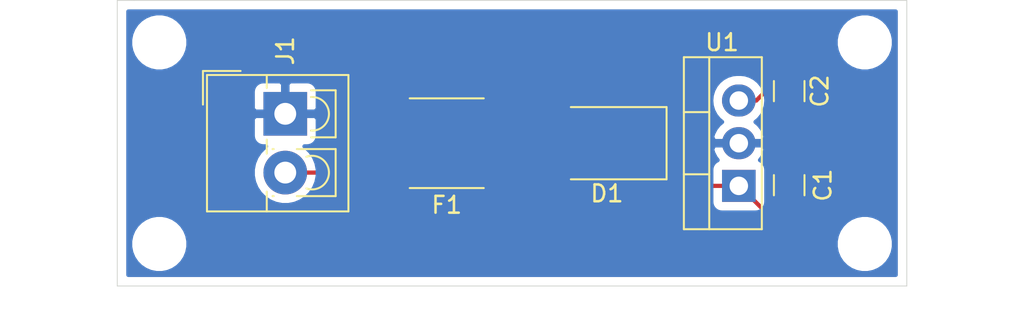
<source format=kicad_pcb>
(kicad_pcb (version 20171130) (host pcbnew "(5.1.6)-1")

  (general
    (thickness 1.6)
    (drawings 5)
    (tracks 14)
    (zones 0)
    (modules 10)
    (nets 6)
  )

  (page A4)
  (layers
    (0 F.Cu signal)
    (31 B.Cu signal)
    (32 B.Adhes user)
    (33 F.Adhes user)
    (34 B.Paste user)
    (35 F.Paste user)
    (36 B.SilkS user)
    (37 F.SilkS user)
    (38 B.Mask user)
    (39 F.Mask user)
    (40 Dwgs.User user)
    (41 Cmts.User user)
    (42 Eco1.User user)
    (43 Eco2.User user)
    (44 Edge.Cuts user)
    (45 Margin user)
    (46 B.CrtYd user)
    (47 F.CrtYd user)
    (48 B.Fab user)
    (49 F.Fab user)
  )

  (setup
    (last_trace_width 0.25)
    (trace_clearance 0.2)
    (zone_clearance 0.508)
    (zone_45_only no)
    (trace_min 0.2)
    (via_size 0.8)
    (via_drill 0.4)
    (via_min_size 0.4)
    (via_min_drill 0.3)
    (uvia_size 0.3)
    (uvia_drill 0.1)
    (uvias_allowed no)
    (uvia_min_size 0.2)
    (uvia_min_drill 0.1)
    (edge_width 0.05)
    (segment_width 0.2)
    (pcb_text_width 0.3)
    (pcb_text_size 1.5 1.5)
    (mod_edge_width 0.12)
    (mod_text_size 1 1)
    (mod_text_width 0.15)
    (pad_size 1.524 1.524)
    (pad_drill 0.762)
    (pad_to_mask_clearance 0.05)
    (aux_axis_origin 0 0)
    (visible_elements FFFFFF7F)
    (pcbplotparams
      (layerselection 0x010fc_ffffffff)
      (usegerberextensions false)
      (usegerberattributes true)
      (usegerberadvancedattributes true)
      (creategerberjobfile true)
      (excludeedgelayer true)
      (linewidth 0.100000)
      (plotframeref false)
      (viasonmask false)
      (mode 1)
      (useauxorigin false)
      (hpglpennumber 1)
      (hpglpenspeed 20)
      (hpglpendiameter 15.000000)
      (psnegative false)
      (psa4output false)
      (plotreference true)
      (plotvalue true)
      (plotinvisibletext false)
      (padsonsilk false)
      (subtractmaskfromsilk false)
      (outputformat 1)
      (mirror false)
      (drillshape 1)
      (scaleselection 1)
      (outputdirectory ""))
  )

  (net 0 "")
  (net 1 "Net-(C1-Pad1)")
  (net 2 GND)
  (net 3 +5V)
  (net 4 "Net-(D1-Pad2)")
  (net 5 "Net-(F1-Pad2)")

  (net_class Default "This is the default net class."
    (clearance 0.2)
    (trace_width 0.25)
    (via_dia 0.8)
    (via_drill 0.4)
    (uvia_dia 0.3)
    (uvia_drill 0.1)
    (add_net +5V)
    (add_net GND)
    (add_net "Net-(C1-Pad1)")
    (add_net "Net-(D1-Pad2)")
    (add_net "Net-(F1-Pad2)")
  )

  (module MountingHole:MountingHole_2.2mm_M2 (layer F.Cu) (tedit 56D1B4CB) (tstamp 5FEEA100)
    (at 80.5 69.5)
    (descr "Mounting Hole 2.2mm, no annular, M2")
    (tags "mounting hole 2.2mm no annular m2")
    (attr virtual)
    (fp_text reference REF** (at 0 -3.2) (layer F.SilkS) hide
      (effects (font (size 1 1) (thickness 0.15)))
    )
    (fp_text value MountingHole_2.2mm_M2 (at 0 3.2) (layer F.Fab)
      (effects (font (size 1 1) (thickness 0.15)))
    )
    (fp_circle (center 0 0) (end 2.45 0) (layer F.CrtYd) (width 0.05))
    (fp_circle (center 0 0) (end 2.2 0) (layer Cmts.User) (width 0.15))
    (fp_text user %R (at 0 0) (layer F.Fab)
      (effects (font (size 1 1) (thickness 0.15)))
    )
    (pad 1 np_thru_hole circle (at 0 0) (size 2.2 2.2) (drill 2.2) (layers *.Cu *.Mask))
  )

  (module MountingHole:MountingHole_2.2mm_M2 (layer F.Cu) (tedit 56D1B4CB) (tstamp 5FEEA0F2)
    (at 80.5 81.5)
    (descr "Mounting Hole 2.2mm, no annular, M2")
    (tags "mounting hole 2.2mm no annular m2")
    (attr virtual)
    (fp_text reference REF** (at 0 -3.2) (layer F.SilkS) hide
      (effects (font (size 1 1) (thickness 0.15)))
    )
    (fp_text value MountingHole_2.2mm_M2 (at 0 3.2) (layer F.Fab)
      (effects (font (size 1 1) (thickness 0.15)))
    )
    (fp_text user %R (at 0 0) (layer F.Fab)
      (effects (font (size 1 1) (thickness 0.15)))
    )
    (fp_circle (center 0 0) (end 2.2 0) (layer Cmts.User) (width 0.15))
    (fp_circle (center 0 0) (end 2.45 0) (layer F.CrtYd) (width 0.05))
    (pad 1 np_thru_hole circle (at 0 0) (size 2.2 2.2) (drill 2.2) (layers *.Cu *.Mask))
  )

  (module MountingHole:MountingHole_2.2mm_M2 (layer F.Cu) (tedit 56D1B4CB) (tstamp 5FEEA0E4)
    (at 122.5 81.5)
    (descr "Mounting Hole 2.2mm, no annular, M2")
    (tags "mounting hole 2.2mm no annular m2")
    (attr virtual)
    (fp_text reference REF** (at 0 -3.2) (layer F.SilkS) hide
      (effects (font (size 1 1) (thickness 0.15)))
    )
    (fp_text value MountingHole_2.2mm_M2 (at 0 3.2) (layer F.Fab)
      (effects (font (size 1 1) (thickness 0.15)))
    )
    (fp_circle (center 0 0) (end 2.45 0) (layer F.CrtYd) (width 0.05))
    (fp_circle (center 0 0) (end 2.2 0) (layer Cmts.User) (width 0.15))
    (fp_text user %R (at 0 0) (layer F.Fab)
      (effects (font (size 1 1) (thickness 0.15)))
    )
    (pad 1 np_thru_hole circle (at 0 0) (size 2.2 2.2) (drill 2.2) (layers *.Cu *.Mask))
  )

  (module MountingHole:MountingHole_2.2mm_M2 (layer F.Cu) (tedit 56D1B4CB) (tstamp 5FEEA0C2)
    (at 122.5 69.5)
    (descr "Mounting Hole 2.2mm, no annular, M2")
    (tags "mounting hole 2.2mm no annular m2")
    (attr virtual)
    (fp_text reference REF** (at 0 -3.2) (layer F.SilkS) hide
      (effects (font (size 1 1) (thickness 0.15)))
    )
    (fp_text value MountingHole_2.2mm_M2 (at 0 3.2) (layer F.Fab)
      (effects (font (size 1 1) (thickness 0.15)))
    )
    (fp_text user %R (at 0 0) (layer F.Fab)
      (effects (font (size 1 1) (thickness 0.15)))
    )
    (fp_circle (center 0 0) (end 2.2 0) (layer Cmts.User) (width 0.15))
    (fp_circle (center 0 0) (end 2.45 0) (layer F.CrtYd) (width 0.05))
    (pad 1 np_thru_hole circle (at 0 0) (size 2.2 2.2) (drill 2.2) (layers *.Cu *.Mask))
  )

  (module Capacitor_SMD:C_1206_3216Metric (layer F.Cu) (tedit 5B301BBE) (tstamp 5FEE9888)
    (at 118 78 90)
    (descr "Capacitor SMD 1206 (3216 Metric), square (rectangular) end terminal, IPC_7351 nominal, (Body size source: http://www.tortai-tech.com/upload/download/2011102023233369053.pdf), generated with kicad-footprint-generator")
    (tags capacitor)
    (path /5FEE58AD)
    (attr smd)
    (fp_text reference C1 (at 0 2 90) (layer F.SilkS)
      (effects (font (size 1 1) (thickness 0.15)))
    )
    (fp_text value 0.33uF (at 0 1.82 90) (layer F.Fab)
      (effects (font (size 1 1) (thickness 0.15)))
    )
    (fp_line (start 2.28 1.12) (end -2.28 1.12) (layer F.CrtYd) (width 0.05))
    (fp_line (start 2.28 -1.12) (end 2.28 1.12) (layer F.CrtYd) (width 0.05))
    (fp_line (start -2.28 -1.12) (end 2.28 -1.12) (layer F.CrtYd) (width 0.05))
    (fp_line (start -2.28 1.12) (end -2.28 -1.12) (layer F.CrtYd) (width 0.05))
    (fp_line (start -0.602064 0.91) (end 0.602064 0.91) (layer F.SilkS) (width 0.12))
    (fp_line (start -0.602064 -0.91) (end 0.602064 -0.91) (layer F.SilkS) (width 0.12))
    (fp_line (start 1.6 0.8) (end -1.6 0.8) (layer F.Fab) (width 0.1))
    (fp_line (start 1.6 -0.8) (end 1.6 0.8) (layer F.Fab) (width 0.1))
    (fp_line (start -1.6 -0.8) (end 1.6 -0.8) (layer F.Fab) (width 0.1))
    (fp_line (start -1.6 0.8) (end -1.6 -0.8) (layer F.Fab) (width 0.1))
    (fp_text user %R (at 0 0 90) (layer F.Fab)
      (effects (font (size 0.8 0.8) (thickness 0.12)))
    )
    (pad 1 smd roundrect (at -1.4 0 90) (size 1.25 1.75) (layers F.Cu F.Paste F.Mask) (roundrect_rratio 0.2)
      (net 1 "Net-(C1-Pad1)"))
    (pad 2 smd roundrect (at 1.4 0 90) (size 1.25 1.75) (layers F.Cu F.Paste F.Mask) (roundrect_rratio 0.2)
      (net 2 GND))
    (model ${KISYS3DMOD}/Capacitor_SMD.3dshapes/C_1206_3216Metric.wrl
      (at (xyz 0 0 0))
      (scale (xyz 1 1 1))
      (rotate (xyz 0 0 0))
    )
  )

  (module Capacitor_SMD:C_1206_3216Metric (layer F.Cu) (tedit 5B301BBE) (tstamp 5FEE9899)
    (at 118 72.4 270)
    (descr "Capacitor SMD 1206 (3216 Metric), square (rectangular) end terminal, IPC_7351 nominal, (Body size source: http://www.tortai-tech.com/upload/download/2011102023233369053.pdf), generated with kicad-footprint-generator")
    (tags capacitor)
    (path /5FEE5A29)
    (attr smd)
    (fp_text reference C2 (at 0 -1.82 90) (layer F.SilkS)
      (effects (font (size 1 1) (thickness 0.15)))
    )
    (fp_text value 0.1uF (at 0 1.82 90) (layer F.Fab)
      (effects (font (size 1 1) (thickness 0.15)))
    )
    (fp_text user %R (at 0 0 90) (layer F.Fab)
      (effects (font (size 0.8 0.8) (thickness 0.12)))
    )
    (fp_line (start -1.6 0.8) (end -1.6 -0.8) (layer F.Fab) (width 0.1))
    (fp_line (start -1.6 -0.8) (end 1.6 -0.8) (layer F.Fab) (width 0.1))
    (fp_line (start 1.6 -0.8) (end 1.6 0.8) (layer F.Fab) (width 0.1))
    (fp_line (start 1.6 0.8) (end -1.6 0.8) (layer F.Fab) (width 0.1))
    (fp_line (start -0.602064 -0.91) (end 0.602064 -0.91) (layer F.SilkS) (width 0.12))
    (fp_line (start -0.602064 0.91) (end 0.602064 0.91) (layer F.SilkS) (width 0.12))
    (fp_line (start -2.28 1.12) (end -2.28 -1.12) (layer F.CrtYd) (width 0.05))
    (fp_line (start -2.28 -1.12) (end 2.28 -1.12) (layer F.CrtYd) (width 0.05))
    (fp_line (start 2.28 -1.12) (end 2.28 1.12) (layer F.CrtYd) (width 0.05))
    (fp_line (start 2.28 1.12) (end -2.28 1.12) (layer F.CrtYd) (width 0.05))
    (pad 2 smd roundrect (at 1.4 0 270) (size 1.25 1.75) (layers F.Cu F.Paste F.Mask) (roundrect_rratio 0.2)
      (net 2 GND))
    (pad 1 smd roundrect (at -1.4 0 270) (size 1.25 1.75) (layers F.Cu F.Paste F.Mask) (roundrect_rratio 0.2)
      (net 3 +5V))
    (model ${KISYS3DMOD}/Capacitor_SMD.3dshapes/C_1206_3216Metric.wrl
      (at (xyz 0 0 0))
      (scale (xyz 1 1 1))
      (rotate (xyz 0 0 0))
    )
  )

  (module Diode_SMD:D_SMB (layer F.Cu) (tedit 58645DF3) (tstamp 5FEE98B1)
    (at 107.15 75.5 180)
    (descr "Diode SMB (DO-214AA)")
    (tags "Diode SMB (DO-214AA)")
    (path /5FEE3F16)
    (attr smd)
    (fp_text reference D1 (at 0 -3) (layer F.SilkS)
      (effects (font (size 1 1) (thickness 0.15)))
    )
    (fp_text value SS26-HT (at 0 3.1) (layer F.Fab)
      (effects (font (size 1 1) (thickness 0.15)))
    )
    (fp_line (start -3.55 -2.15) (end 2.15 -2.15) (layer F.SilkS) (width 0.12))
    (fp_line (start -3.55 2.15) (end 2.15 2.15) (layer F.SilkS) (width 0.12))
    (fp_line (start -0.64944 0.00102) (end 0.50118 -0.79908) (layer F.Fab) (width 0.1))
    (fp_line (start -0.64944 0.00102) (end 0.50118 0.75032) (layer F.Fab) (width 0.1))
    (fp_line (start 0.50118 0.75032) (end 0.50118 -0.79908) (layer F.Fab) (width 0.1))
    (fp_line (start -0.64944 -0.79908) (end -0.64944 0.80112) (layer F.Fab) (width 0.1))
    (fp_line (start 0.50118 0.00102) (end 1.4994 0.00102) (layer F.Fab) (width 0.1))
    (fp_line (start -0.64944 0.00102) (end -1.55114 0.00102) (layer F.Fab) (width 0.1))
    (fp_line (start -3.65 2.25) (end -3.65 -2.25) (layer F.CrtYd) (width 0.05))
    (fp_line (start 3.65 2.25) (end -3.65 2.25) (layer F.CrtYd) (width 0.05))
    (fp_line (start 3.65 -2.25) (end 3.65 2.25) (layer F.CrtYd) (width 0.05))
    (fp_line (start -3.65 -2.25) (end 3.65 -2.25) (layer F.CrtYd) (width 0.05))
    (fp_line (start 2.3 -2) (end -2.3 -2) (layer F.Fab) (width 0.1))
    (fp_line (start 2.3 -2) (end 2.3 2) (layer F.Fab) (width 0.1))
    (fp_line (start -2.3 2) (end -2.3 -2) (layer F.Fab) (width 0.1))
    (fp_line (start 2.3 2) (end -2.3 2) (layer F.Fab) (width 0.1))
    (fp_line (start -3.55 -2.15) (end -3.55 2.15) (layer F.SilkS) (width 0.12))
    (fp_text user %R (at 0 -3) (layer F.Fab)
      (effects (font (size 1 1) (thickness 0.15)))
    )
    (pad 1 smd rect (at -2.15 0 180) (size 2.5 2.3) (layers F.Cu F.Paste F.Mask)
      (net 1 "Net-(C1-Pad1)"))
    (pad 2 smd rect (at 2.15 0 180) (size 2.5 2.3) (layers F.Cu F.Paste F.Mask)
      (net 4 "Net-(D1-Pad2)"))
    (model ${KISYS3DMOD}/Diode_SMD.3dshapes/D_SMB.wrl
      (at (xyz 0 0 0))
      (scale (xyz 1 1 1))
      (rotate (xyz 0 0 0))
    )
  )

  (module Fuse:Fuse_2920_7451Metric (layer F.Cu) (tedit 5B341557) (tstamp 5FEE98C2)
    (at 97.6125 75.5 180)
    (descr "Fuse SMD 2920 (7451 Metric), square (rectangular) end terminal, IPC_7351 nominal, (Body size from: http://www.megastar.com/products/fusetronic/polyswitch/PDF/smd2920.pdf), generated with kicad-footprint-generator")
    (tags resistor)
    (path /5FEE4606)
    (attr smd)
    (fp_text reference F1 (at 0 -3.68) (layer F.SilkS)
      (effects (font (size 1 1) (thickness 0.15)))
    )
    (fp_text value FSMD100 (at 0 3.68) (layer F.Fab)
      (effects (font (size 1 1) (thickness 0.15)))
    )
    (fp_line (start 4.6 2.98) (end -4.6 2.98) (layer F.CrtYd) (width 0.05))
    (fp_line (start 4.6 -2.98) (end 4.6 2.98) (layer F.CrtYd) (width 0.05))
    (fp_line (start -4.6 -2.98) (end 4.6 -2.98) (layer F.CrtYd) (width 0.05))
    (fp_line (start -4.6 2.98) (end -4.6 -2.98) (layer F.CrtYd) (width 0.05))
    (fp_line (start -2.203752 2.67) (end 2.203752 2.67) (layer F.SilkS) (width 0.12))
    (fp_line (start -2.203752 -2.67) (end 2.203752 -2.67) (layer F.SilkS) (width 0.12))
    (fp_line (start 3.6775 2.56) (end -3.6775 2.56) (layer F.Fab) (width 0.1))
    (fp_line (start 3.6775 -2.56) (end 3.6775 2.56) (layer F.Fab) (width 0.1))
    (fp_line (start -3.6775 -2.56) (end 3.6775 -2.56) (layer F.Fab) (width 0.1))
    (fp_line (start -3.6775 2.56) (end -3.6775 -2.56) (layer F.Fab) (width 0.1))
    (fp_text user %R (at 0 0) (layer F.Fab)
      (effects (font (size 1 1) (thickness 0.15)))
    )
    (pad 1 smd roundrect (at -3.3875 0 180) (size 1.925 5.45) (layers F.Cu F.Paste F.Mask) (roundrect_rratio 0.12987)
      (net 4 "Net-(D1-Pad2)"))
    (pad 2 smd roundrect (at 3.3875 0 180) (size 1.925 5.45) (layers F.Cu F.Paste F.Mask) (roundrect_rratio 0.12987)
      (net 5 "Net-(F1-Pad2)"))
    (model ${KISYS3DMOD}/Fuse.3dshapes/Fuse_2920_7451Metric.wrl
      (at (xyz 0 0 0))
      (scale (xyz 1 1 1))
      (rotate (xyz 0 0 0))
    )
  )

  (module TerminalBlock_4Ucon:TerminalBlock_4Ucon_1x02_P3.50mm_Vertical (layer F.Cu) (tedit 5B294E7F) (tstamp 5FEE98F2)
    (at 88 73.75 270)
    (descr "Terminal Block 4Ucon ItemNo. 10693, vertical (cable from top), 2 pins, pitch 3.5mm, size 8x8.3mm^2, drill diamater 1.3mm, pad diameter 2.6mm, see http://www.4uconnector.com/online/object/4udrawing/10693.pdf, script-generated with , script-generated using https://github.com/pointhi/kicad-footprint-generator/scripts/TerminalBlock_4Ucon")
    (tags "THT Terminal Block 4Ucon ItemNo. 10693 vertical pitch 3.5mm size 8x8.3mm^2 drill 1.3mm pad 2.6mm")
    (path /5FEE4EE8)
    (fp_text reference J1 (at -3.75 0 90) (layer F.SilkS)
      (effects (font (size 1 1) (thickness 0.15)))
    )
    (fp_text value "Power In" (at 1.75 5.66 90) (layer F.Fab)
      (effects (font (size 1 1) (thickness 0.15)))
    )
    (fp_line (start 6.25 -4.2) (end -2.75 -4.2) (layer F.CrtYd) (width 0.05))
    (fp_line (start 6.25 5.11) (end 6.25 -4.2) (layer F.CrtYd) (width 0.05))
    (fp_line (start -2.75 5.11) (end 6.25 5.11) (layer F.CrtYd) (width 0.05))
    (fp_line (start -2.75 -4.2) (end -2.75 5.11) (layer F.CrtYd) (width 0.05))
    (fp_line (start -2.55 4.9) (end -0.55 4.9) (layer F.SilkS) (width 0.12))
    (fp_line (start -2.55 2.66) (end -2.55 4.9) (layer F.SilkS) (width 0.12))
    (fp_line (start 4.9 -3) (end 2.1 -3) (layer F.Fab) (width 0.1))
    (fp_line (start 4.9 0.75) (end 4.9 -3) (layer F.Fab) (width 0.1))
    (fp_line (start 2.1 0.75) (end 4.9 0.75) (layer F.Fab) (width 0.1))
    (fp_line (start 2.1 -3) (end 2.1 0.75) (layer F.Fab) (width 0.1))
    (fp_line (start 4.9 0.689) (end 4.9 0.75) (layer F.SilkS) (width 0.12))
    (fp_line (start 4.9 -3) (end 4.9 -0.689) (layer F.SilkS) (width 0.12))
    (fp_line (start 2.1 0.689) (end 2.1 0.75) (layer F.SilkS) (width 0.12))
    (fp_line (start 2.1 -3) (end 2.1 -0.689) (layer F.SilkS) (width 0.12))
    (fp_line (start 4.9 0.75) (end 4.9 0.75) (layer F.SilkS) (width 0.12))
    (fp_line (start 2.1 0.75) (end 2.101 0.75) (layer F.SilkS) (width 0.12))
    (fp_line (start 2.1 -3) (end 4.9 -3) (layer F.SilkS) (width 0.12))
    (fp_line (start 1.4 -3) (end -1.4 -3) (layer F.Fab) (width 0.1))
    (fp_line (start 1.4 0.75) (end 1.4 -3) (layer F.Fab) (width 0.1))
    (fp_line (start -1.4 0.75) (end 1.4 0.75) (layer F.Fab) (width 0.1))
    (fp_line (start -1.4 -3) (end -1.4 0.75) (layer F.Fab) (width 0.1))
    (fp_line (start 1.4 -3) (end 1.4 -1.54) (layer F.SilkS) (width 0.12))
    (fp_line (start -1.4 -3) (end -1.4 -1.54) (layer F.SilkS) (width 0.12))
    (fp_line (start -1.4 -3) (end 1.4 -3) (layer F.SilkS) (width 0.12))
    (fp_line (start 5.81 -3.76) (end 5.81 4.66) (layer F.SilkS) (width 0.12))
    (fp_line (start -2.31 -3.76) (end -2.31 4.66) (layer F.SilkS) (width 0.12))
    (fp_line (start -2.31 4.66) (end 5.81 4.66) (layer F.SilkS) (width 0.12))
    (fp_line (start -2.31 -3.76) (end 5.81 -3.76) (layer F.SilkS) (width 0.12))
    (fp_line (start 4.634 1.101) (end 5.81 1.101) (layer F.SilkS) (width 0.12))
    (fp_line (start 1.54 1.101) (end 2.367 1.101) (layer F.SilkS) (width 0.12))
    (fp_line (start -2.31 1.101) (end -1.54 1.101) (layer F.SilkS) (width 0.12))
    (fp_line (start -2.25 1.1) (end 5.75 1.1) (layer F.Fab) (width 0.1))
    (fp_line (start -2.25 2.6) (end -2.25 -3.7) (layer F.Fab) (width 0.1))
    (fp_line (start -0.25 4.6) (end -2.25 2.6) (layer F.Fab) (width 0.1))
    (fp_line (start 5.75 4.6) (end -0.25 4.6) (layer F.Fab) (width 0.1))
    (fp_line (start 5.75 -3.7) (end 5.75 4.6) (layer F.Fab) (width 0.1))
    (fp_line (start -2.25 -3.7) (end 5.75 -3.7) (layer F.Fab) (width 0.1))
    (fp_circle (center 3.5 -1.6) (end 4.5 -1.6) (layer F.Fab) (width 0.1))
    (fp_circle (center 0 -1.6) (end 1 -1.6) (layer F.Fab) (width 0.1))
    (fp_arc (start 0 -1.6) (end 0.998 -1.531) (angle -188) (layer F.SilkS) (width 0.12))
    (fp_arc (start 3.5 -1.6) (end 4.44 -1.258) (angle -220) (layer F.SilkS) (width 0.12))
    (fp_text user %R (at 1.75 3.45 90) (layer F.Fab)
      (effects (font (size 1 1) (thickness 0.15)))
    )
    (pad 1 thru_hole rect (at 0 0 270) (size 2.6 2.6) (drill 1.3) (layers *.Cu *.Mask)
      (net 2 GND))
    (pad 2 thru_hole circle (at 3.5 0 270) (size 2.6 2.6) (drill 1.3) (layers *.Cu *.Mask)
      (net 5 "Net-(F1-Pad2)"))
    (model ${KISYS3DMOD}/TerminalBlock_4Ucon.3dshapes/TerminalBlock_4Ucon_1x02_P3.50mm_Vertical.wrl
      (at (xyz 0 0 0))
      (scale (xyz 1 1 1))
      (rotate (xyz 0 0 0))
    )
  )

  (module Package_TO_SOT_THT:TO-220-3_Vertical (layer F.Cu) (tedit 5AC8BA0D) (tstamp 5FEE990C)
    (at 115 78.04 90)
    (descr "TO-220-3, Vertical, RM 2.54mm, see https://www.vishay.com/docs/66542/to-220-1.pdf")
    (tags "TO-220-3 Vertical RM 2.54mm")
    (path /5FEE3791)
    (fp_text reference U1 (at 8.54 -1 180) (layer F.SilkS)
      (effects (font (size 1 1) (thickness 0.15)))
    )
    (fp_text value L7805 (at 2.54 2.5 90) (layer F.Fab)
      (effects (font (size 1 1) (thickness 0.15)))
    )
    (fp_line (start 7.79 -3.4) (end -2.71 -3.4) (layer F.CrtYd) (width 0.05))
    (fp_line (start 7.79 1.51) (end 7.79 -3.4) (layer F.CrtYd) (width 0.05))
    (fp_line (start -2.71 1.51) (end 7.79 1.51) (layer F.CrtYd) (width 0.05))
    (fp_line (start -2.71 -3.4) (end -2.71 1.51) (layer F.CrtYd) (width 0.05))
    (fp_line (start 4.391 -3.27) (end 4.391 -1.76) (layer F.SilkS) (width 0.12))
    (fp_line (start 0.69 -3.27) (end 0.69 -1.76) (layer F.SilkS) (width 0.12))
    (fp_line (start -2.58 -1.76) (end 7.66 -1.76) (layer F.SilkS) (width 0.12))
    (fp_line (start 7.66 -3.27) (end 7.66 1.371) (layer F.SilkS) (width 0.12))
    (fp_line (start -2.58 -3.27) (end -2.58 1.371) (layer F.SilkS) (width 0.12))
    (fp_line (start -2.58 1.371) (end 7.66 1.371) (layer F.SilkS) (width 0.12))
    (fp_line (start -2.58 -3.27) (end 7.66 -3.27) (layer F.SilkS) (width 0.12))
    (fp_line (start 4.39 -3.15) (end 4.39 -1.88) (layer F.Fab) (width 0.1))
    (fp_line (start 0.69 -3.15) (end 0.69 -1.88) (layer F.Fab) (width 0.1))
    (fp_line (start -2.46 -1.88) (end 7.54 -1.88) (layer F.Fab) (width 0.1))
    (fp_line (start 7.54 -3.15) (end -2.46 -3.15) (layer F.Fab) (width 0.1))
    (fp_line (start 7.54 1.25) (end 7.54 -3.15) (layer F.Fab) (width 0.1))
    (fp_line (start -2.46 1.25) (end 7.54 1.25) (layer F.Fab) (width 0.1))
    (fp_line (start -2.46 -3.15) (end -2.46 1.25) (layer F.Fab) (width 0.1))
    (fp_text user %R (at 2.54 -4.27 90) (layer F.Fab)
      (effects (font (size 1 1) (thickness 0.15)))
    )
    (pad 1 thru_hole rect (at 0 0 90) (size 1.905 2) (drill 1.1) (layers *.Cu *.Mask)
      (net 1 "Net-(C1-Pad1)"))
    (pad 2 thru_hole oval (at 2.54 0 90) (size 1.905 2) (drill 1.1) (layers *.Cu *.Mask)
      (net 2 GND))
    (pad 3 thru_hole oval (at 5.08 0 90) (size 1.905 2) (drill 1.1) (layers *.Cu *.Mask)
      (net 3 +5V))
    (model ${KISYS3DMOD}/Package_TO_SOT_THT.3dshapes/TO-220-3_Vertical.wrl
      (at (xyz 0 0 0))
      (scale (xyz 1 1 1))
      (rotate (xyz 0 0 0))
    )
  )

  (gr_line (start 78 67) (end 79 67) (layer Edge.Cuts) (width 0.05) (tstamp 5FEEA0A5))
  (gr_line (start 78 84) (end 78 67) (layer Edge.Cuts) (width 0.05))
  (gr_line (start 125 84) (end 78 84) (layer Edge.Cuts) (width 0.05))
  (gr_line (start 125 67) (end 125 84) (layer Edge.Cuts) (width 0.05))
  (gr_line (start 79 67) (end 125 67) (layer Edge.Cuts) (width 0.05))

  (segment (start 109.3 75.5) (end 109.3 75.8) (width 0.25) (layer F.Cu) (net 1))
  (segment (start 111.54 78.04) (end 115 78.04) (width 0.25) (layer F.Cu) (net 1))
  (segment (start 109.3 75.8) (end 111.54 78.04) (width 0.25) (layer F.Cu) (net 1))
  (segment (start 115 78.04) (end 115.04 78.04) (width 0.25) (layer F.Cu) (net 1))
  (segment (start 116.4 79.4) (end 118 79.4) (width 0.25) (layer F.Cu) (net 1))
  (segment (start 115.04 78.04) (end 116.4 79.4) (width 0.25) (layer F.Cu) (net 1))
  (segment (start 118 76.6) (end 118 73.8) (width 0.25) (layer F.Cu) (net 2))
  (segment (start 116.9 75.5) (end 118 76.6) (width 0.25) (layer F.Cu) (net 2))
  (segment (start 115 75.5) (end 116.9 75.5) (width 0.25) (layer F.Cu) (net 2))
  (segment (start 116.04 72.96) (end 118 71) (width 0.25) (layer F.Cu) (net 3))
  (segment (start 115 72.96) (end 116.04 72.96) (width 0.25) (layer F.Cu) (net 3))
  (segment (start 101 75.5) (end 105 75.5) (width 0.25) (layer F.Cu) (net 4))
  (segment (start 92.475 77.25) (end 94.225 75.5) (width 0.25) (layer F.Cu) (net 5))
  (segment (start 88 77.25) (end 92.475 77.25) (width 0.25) (layer F.Cu) (net 5))

  (zone (net 2) (net_name GND) (layer B.Cu) (tstamp 0) (hatch edge 0.508)
    (connect_pads (clearance 0.508))
    (min_thickness 0.254)
    (fill yes (arc_segments 32) (thermal_gap 0.508) (thermal_bridge_width 0.508))
    (polygon
      (pts
        (xy 125 84) (xy 78 84) (xy 78 67) (xy 125 67)
      )
    )
    (filled_polygon
      (pts
        (xy 124.340001 83.34) (xy 78.66 83.34) (xy 78.66 81.329117) (xy 78.765 81.329117) (xy 78.765 81.670883)
        (xy 78.831675 82.006081) (xy 78.962463 82.321831) (xy 79.152337 82.605998) (xy 79.394002 82.847663) (xy 79.678169 83.037537)
        (xy 79.993919 83.168325) (xy 80.329117 83.235) (xy 80.670883 83.235) (xy 81.006081 83.168325) (xy 81.321831 83.037537)
        (xy 81.605998 82.847663) (xy 81.847663 82.605998) (xy 82.037537 82.321831) (xy 82.168325 82.006081) (xy 82.235 81.670883)
        (xy 82.235 81.329117) (xy 120.765 81.329117) (xy 120.765 81.670883) (xy 120.831675 82.006081) (xy 120.962463 82.321831)
        (xy 121.152337 82.605998) (xy 121.394002 82.847663) (xy 121.678169 83.037537) (xy 121.993919 83.168325) (xy 122.329117 83.235)
        (xy 122.670883 83.235) (xy 123.006081 83.168325) (xy 123.321831 83.037537) (xy 123.605998 82.847663) (xy 123.847663 82.605998)
        (xy 124.037537 82.321831) (xy 124.168325 82.006081) (xy 124.235 81.670883) (xy 124.235 81.329117) (xy 124.168325 80.993919)
        (xy 124.037537 80.678169) (xy 123.847663 80.394002) (xy 123.605998 80.152337) (xy 123.321831 79.962463) (xy 123.006081 79.831675)
        (xy 122.670883 79.765) (xy 122.329117 79.765) (xy 121.993919 79.831675) (xy 121.678169 79.962463) (xy 121.394002 80.152337)
        (xy 121.152337 80.394002) (xy 120.962463 80.678169) (xy 120.831675 80.993919) (xy 120.765 81.329117) (xy 82.235 81.329117)
        (xy 82.168325 80.993919) (xy 82.037537 80.678169) (xy 81.847663 80.394002) (xy 81.605998 80.152337) (xy 81.321831 79.962463)
        (xy 81.006081 79.831675) (xy 80.670883 79.765) (xy 80.329117 79.765) (xy 79.993919 79.831675) (xy 79.678169 79.962463)
        (xy 79.394002 80.152337) (xy 79.152337 80.394002) (xy 78.962463 80.678169) (xy 78.831675 80.993919) (xy 78.765 81.329117)
        (xy 78.66 81.329117) (xy 78.66 75.05) (xy 86.061928 75.05) (xy 86.074188 75.174482) (xy 86.110498 75.29418)
        (xy 86.169463 75.404494) (xy 86.248815 75.501185) (xy 86.345506 75.580537) (xy 86.45582 75.639502) (xy 86.575518 75.675812)
        (xy 86.7 75.688072) (xy 86.855386 75.687601) (xy 86.766509 75.746987) (xy 86.496987 76.016509) (xy 86.285225 76.333434)
        (xy 86.139361 76.685581) (xy 86.065 77.059419) (xy 86.065 77.440581) (xy 86.139361 77.814419) (xy 86.285225 78.166566)
        (xy 86.496987 78.483491) (xy 86.766509 78.753013) (xy 87.083434 78.964775) (xy 87.435581 79.110639) (xy 87.809419 79.185)
        (xy 88.190581 79.185) (xy 88.564419 79.110639) (xy 88.916566 78.964775) (xy 89.233491 78.753013) (xy 89.503013 78.483491)
        (xy 89.714775 78.166566) (xy 89.860639 77.814419) (xy 89.935 77.440581) (xy 89.935 77.0875) (xy 113.361928 77.0875)
        (xy 113.361928 78.9925) (xy 113.374188 79.116982) (xy 113.410498 79.23668) (xy 113.469463 79.346994) (xy 113.548815 79.443685)
        (xy 113.645506 79.523037) (xy 113.75582 79.582002) (xy 113.875518 79.618312) (xy 114 79.630572) (xy 116 79.630572)
        (xy 116.124482 79.618312) (xy 116.24418 79.582002) (xy 116.354494 79.523037) (xy 116.451185 79.443685) (xy 116.530537 79.346994)
        (xy 116.589502 79.23668) (xy 116.625812 79.116982) (xy 116.638072 78.9925) (xy 116.638072 77.0875) (xy 116.625812 76.963018)
        (xy 116.589502 76.84332) (xy 116.530537 76.733006) (xy 116.451185 76.636315) (xy 116.354494 76.556963) (xy 116.262781 76.507941)
        (xy 116.375969 76.366923) (xy 116.519571 76.091094) (xy 116.590563 75.87298) (xy 116.470594 75.627) (xy 115.127 75.627)
        (xy 115.127 75.647) (xy 114.873 75.647) (xy 114.873 75.627) (xy 113.529406 75.627) (xy 113.409437 75.87298)
        (xy 113.480429 76.091094) (xy 113.624031 76.366923) (xy 113.737219 76.507941) (xy 113.645506 76.556963) (xy 113.548815 76.636315)
        (xy 113.469463 76.733006) (xy 113.410498 76.84332) (xy 113.374188 76.963018) (xy 113.361928 77.0875) (xy 89.935 77.0875)
        (xy 89.935 77.059419) (xy 89.860639 76.685581) (xy 89.714775 76.333434) (xy 89.503013 76.016509) (xy 89.233491 75.746987)
        (xy 89.144614 75.687601) (xy 89.3 75.688072) (xy 89.424482 75.675812) (xy 89.54418 75.639502) (xy 89.654494 75.580537)
        (xy 89.751185 75.501185) (xy 89.830537 75.404494) (xy 89.889502 75.29418) (xy 89.925812 75.174482) (xy 89.938072 75.05)
        (xy 89.935 74.03575) (xy 89.77625 73.877) (xy 88.127 73.877) (xy 88.127 73.897) (xy 87.873 73.897)
        (xy 87.873 73.877) (xy 86.22375 73.877) (xy 86.065 74.03575) (xy 86.061928 75.05) (xy 78.66 75.05)
        (xy 78.66 72.45) (xy 86.061928 72.45) (xy 86.065 73.46425) (xy 86.22375 73.623) (xy 87.873 73.623)
        (xy 87.873 71.97375) (xy 88.127 71.97375) (xy 88.127 73.623) (xy 89.77625 73.623) (xy 89.935 73.46425)
        (xy 89.936527 72.96) (xy 113.357319 72.96) (xy 113.38797 73.271204) (xy 113.478745 73.570449) (xy 113.626155 73.846235)
        (xy 113.824537 74.087963) (xy 114.003899 74.235163) (xy 113.818685 74.390563) (xy 113.624031 74.633077) (xy 113.480429 74.908906)
        (xy 113.409437 75.12702) (xy 113.529406 75.373) (xy 114.873 75.373) (xy 114.873 75.353) (xy 115.127 75.353)
        (xy 115.127 75.373) (xy 116.470594 75.373) (xy 116.590563 75.12702) (xy 116.519571 74.908906) (xy 116.375969 74.633077)
        (xy 116.181315 74.390563) (xy 115.996101 74.235163) (xy 116.175463 74.087963) (xy 116.373845 73.846235) (xy 116.521255 73.570449)
        (xy 116.61203 73.271204) (xy 116.642681 72.96) (xy 116.61203 72.648796) (xy 116.521255 72.349551) (xy 116.373845 72.073765)
        (xy 116.175463 71.832037) (xy 115.933735 71.633655) (xy 115.657949 71.486245) (xy 115.358704 71.39547) (xy 115.125486 71.3725)
        (xy 114.874514 71.3725) (xy 114.641296 71.39547) (xy 114.342051 71.486245) (xy 114.066265 71.633655) (xy 113.824537 71.832037)
        (xy 113.626155 72.073765) (xy 113.478745 72.349551) (xy 113.38797 72.648796) (xy 113.357319 72.96) (xy 89.936527 72.96)
        (xy 89.938072 72.45) (xy 89.925812 72.325518) (xy 89.889502 72.20582) (xy 89.830537 72.095506) (xy 89.751185 71.998815)
        (xy 89.654494 71.919463) (xy 89.54418 71.860498) (xy 89.424482 71.824188) (xy 89.3 71.811928) (xy 88.28575 71.815)
        (xy 88.127 71.97375) (xy 87.873 71.97375) (xy 87.71425 71.815) (xy 86.7 71.811928) (xy 86.575518 71.824188)
        (xy 86.45582 71.860498) (xy 86.345506 71.919463) (xy 86.248815 71.998815) (xy 86.169463 72.095506) (xy 86.110498 72.20582)
        (xy 86.074188 72.325518) (xy 86.061928 72.45) (xy 78.66 72.45) (xy 78.66 69.329117) (xy 78.765 69.329117)
        (xy 78.765 69.670883) (xy 78.831675 70.006081) (xy 78.962463 70.321831) (xy 79.152337 70.605998) (xy 79.394002 70.847663)
        (xy 79.678169 71.037537) (xy 79.993919 71.168325) (xy 80.329117 71.235) (xy 80.670883 71.235) (xy 81.006081 71.168325)
        (xy 81.321831 71.037537) (xy 81.605998 70.847663) (xy 81.847663 70.605998) (xy 82.037537 70.321831) (xy 82.168325 70.006081)
        (xy 82.235 69.670883) (xy 82.235 69.329117) (xy 120.765 69.329117) (xy 120.765 69.670883) (xy 120.831675 70.006081)
        (xy 120.962463 70.321831) (xy 121.152337 70.605998) (xy 121.394002 70.847663) (xy 121.678169 71.037537) (xy 121.993919 71.168325)
        (xy 122.329117 71.235) (xy 122.670883 71.235) (xy 123.006081 71.168325) (xy 123.321831 71.037537) (xy 123.605998 70.847663)
        (xy 123.847663 70.605998) (xy 124.037537 70.321831) (xy 124.168325 70.006081) (xy 124.235 69.670883) (xy 124.235 69.329117)
        (xy 124.168325 68.993919) (xy 124.037537 68.678169) (xy 123.847663 68.394002) (xy 123.605998 68.152337) (xy 123.321831 67.962463)
        (xy 123.006081 67.831675) (xy 122.670883 67.765) (xy 122.329117 67.765) (xy 121.993919 67.831675) (xy 121.678169 67.962463)
        (xy 121.394002 68.152337) (xy 121.152337 68.394002) (xy 120.962463 68.678169) (xy 120.831675 68.993919) (xy 120.765 69.329117)
        (xy 82.235 69.329117) (xy 82.168325 68.993919) (xy 82.037537 68.678169) (xy 81.847663 68.394002) (xy 81.605998 68.152337)
        (xy 81.321831 67.962463) (xy 81.006081 67.831675) (xy 80.670883 67.765) (xy 80.329117 67.765) (xy 79.993919 67.831675)
        (xy 79.678169 67.962463) (xy 79.394002 68.152337) (xy 79.152337 68.394002) (xy 78.962463 68.678169) (xy 78.831675 68.993919)
        (xy 78.765 69.329117) (xy 78.66 69.329117) (xy 78.66 67.66) (xy 124.34 67.66)
      )
    )
  )
)

</source>
